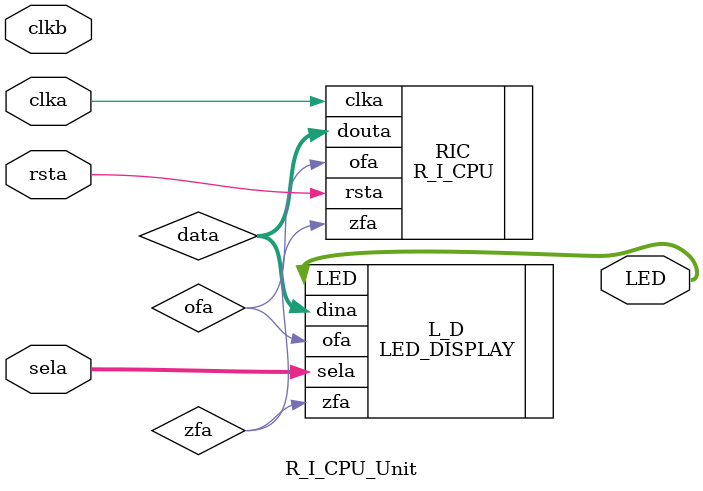
<source format=v>
module R_I_CPU_Unit(
  clka,
  clkb,
  rsta,
  sela,
  LED
  );

  input clka;
  input clkb;
  input rsta;
  input [3 : 0] sela;
  output [7 : 0] LED;

  wire ofa;
  wire zfa;
  wire [31 : 0] data;

  R_I_CPU RIC(
    .clka(clka),
    .rsta(rsta),
    .ofa(ofa),
    .zfa(zfa),
    .douta(data)
  );

  LED_DISPLAY L_D(
    .dina(data),
    .zfa(zfa),
    .ofa(ofa),
    .sela(sela),
    .LED(LED)
  );
endmodule
</source>
